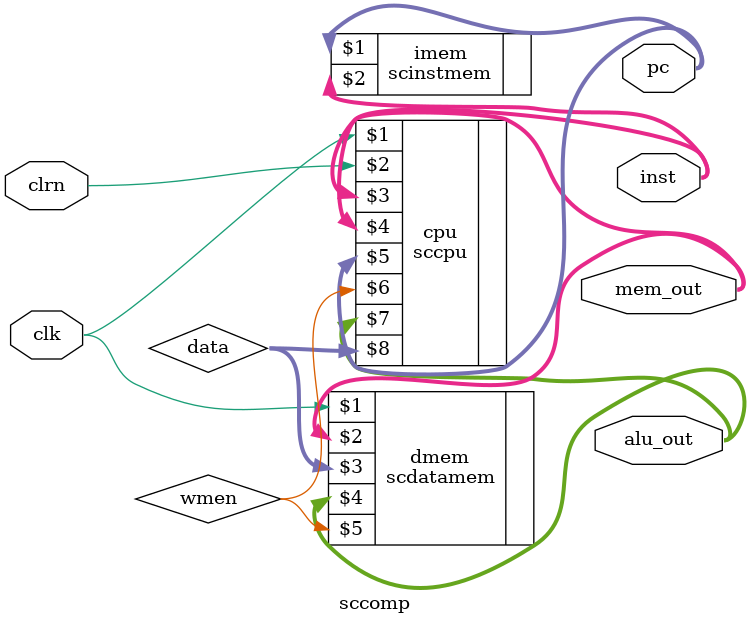
<source format=v>

module sccomp (clk, clrn, inst, pc, alu_out, mem_out);

	input clk, clrn;
	
	output [31:0] pc;
	output [31:0] inst;
	output [31:0] alu_out;
	output [31:0] mem_out;
	
	wire  [31:0] data;
	wire 		 wmem;					// wire data memory
	
	sccpu cpu (clk, clrn, inst, mem_out, pc, wmen, alu_out, data);
	scinstmem imem (pc, inst);
	scdatamem dmem (clk, mem_out, data, alu_out, wmen);

endmodule
</source>
